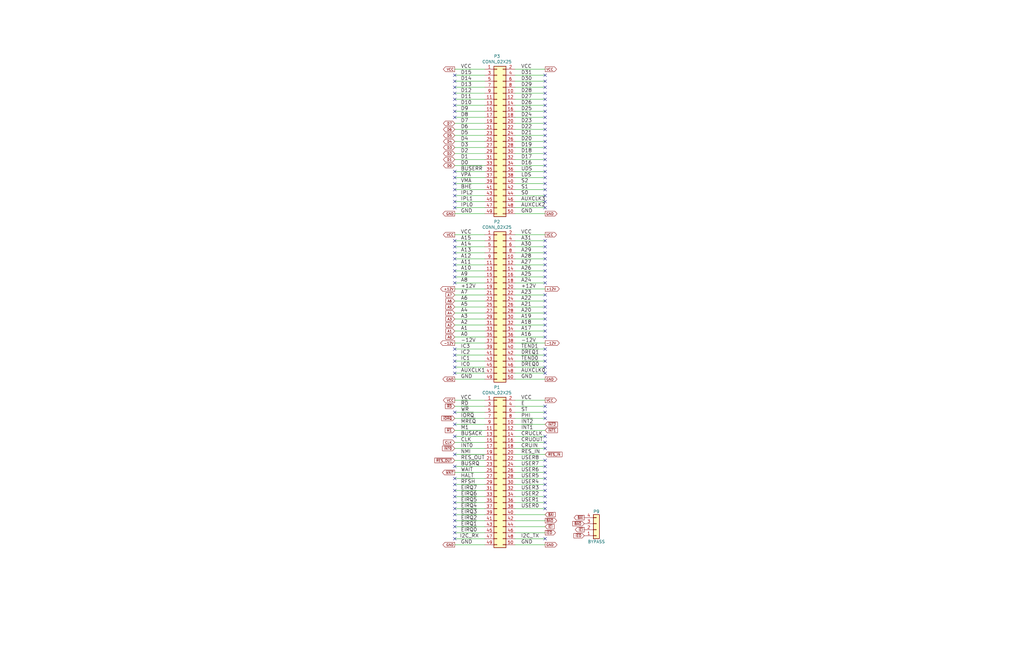
<source format=kicad_sch>
(kicad_sch (version 20211123) (generator eeschema)
  (paper "B")
  (lib_symbols
    (symbol "Connector_Generic:Conn_01x04" (pin_names (offset 1.016) hide)
      (property "Reference" "J" (at 0 5.08 0))
      (property "Value" "Conn_01x04" (at 0 -7.62 0))
      (symbol "Conn_01x04_1_1"
        (rectangle (start -1.27 -4.953) (end 0 -5.207) (stroke (width 0.1524)))
        (rectangle (start -1.27 -2.413) (end 0 -2.667) (stroke (width 0.1524)))
        (rectangle (start -1.27 0.127) (end 0 -0.127) (stroke (width 0.1524)))
        (rectangle (start -1.27 2.667) (end 0 2.413) (stroke (width 0.1524)))
        (rectangle (start -1.27 3.81) (end 1.27 -6.35) (stroke (width 0.254)) (fill (type background)))
        (pin passive line (at -5.08 2.54 0) (length 3.81) (name "Pin_1") (number "1"))
        (pin passive line (at -5.08 0 0) (length 3.81) (name "Pin_2") (number "2"))
        (pin passive line (at -5.08 -2.54 0) (length 3.81) (name "Pin_3") (number "3"))
        (pin passive line (at -5.08 -5.08 0) (length 3.81) (name "Pin_4") (number "4"))
      )
    )
    (symbol "Connector_Generic:Conn_02x25_Odd_Even" (pin_names (offset 1.016) hide)
      (property "Reference" "J" (at 1.27 33.02 0))
      (property "Value" "Conn_02x25_Odd_Even" (at 1.27 -33.02 0))
      (symbol "Conn_02x25_Odd_Even_1_1"
        (rectangle (start -1.27 -30.353) (end 0 -30.607) (stroke (width 0.1524)))
        (rectangle (start -1.27 -27.813) (end 0 -28.067) (stroke (width 0.1524)))
        (rectangle (start -1.27 -25.273) (end 0 -25.527) (stroke (width 0.1524)))
        (rectangle (start -1.27 -22.733) (end 0 -22.987) (stroke (width 0.1524)))
        (rectangle (start -1.27 -20.193) (end 0 -20.447) (stroke (width 0.1524)))
        (rectangle (start -1.27 -17.653) (end 0 -17.907) (stroke (width 0.1524)))
        (rectangle (start -1.27 -15.113) (end 0 -15.367) (stroke (width 0.1524)))
        (rectangle (start -1.27 -12.573) (end 0 -12.827) (stroke (width 0.1524)))
        (rectangle (start -1.27 -10.033) (end 0 -10.287) (stroke (width 0.1524)))
        (rectangle (start -1.27 -7.493) (end 0 -7.747) (stroke (width 0.1524)))
        (rectangle (start -1.27 -4.953) (end 0 -5.207) (stroke (width 0.1524)))
        (rectangle (start -1.27 -2.413) (end 0 -2.667) (stroke (width 0.1524)))
        (rectangle (start -1.27 0.127) (end 0 -0.127) (stroke (width 0.1524)))
        (rectangle (start -1.27 2.667) (end 0 2.413) (stroke (width 0.1524)))
        (rectangle (start -1.27 5.207) (end 0 4.953) (stroke (width 0.1524)))
        (rectangle (start -1.27 7.747) (end 0 7.493) (stroke (width 0.1524)))
        (rectangle (start -1.27 10.287) (end 0 10.033) (stroke (width 0.1524)))
        (rectangle (start -1.27 12.827) (end 0 12.573) (stroke (width 0.1524)))
        (rectangle (start -1.27 15.367) (end 0 15.113) (stroke (width 0.1524)))
        (rectangle (start -1.27 17.907) (end 0 17.653) (stroke (width 0.1524)))
        (rectangle (start -1.27 20.447) (end 0 20.193) (stroke (width 0.1524)))
        (rectangle (start -1.27 22.987) (end 0 22.733) (stroke (width 0.1524)))
        (rectangle (start -1.27 25.527) (end 0 25.273) (stroke (width 0.1524)))
        (rectangle (start -1.27 28.067) (end 0 27.813) (stroke (width 0.1524)))
        (rectangle (start -1.27 30.607) (end 0 30.353) (stroke (width 0.1524)))
        (rectangle (start -1.27 31.75) (end 3.81 -31.75) (stroke (width 0.254)) (fill (type background)))
        (rectangle (start 3.81 -30.353) (end 2.54 -30.607) (stroke (width 0.1524)))
        (rectangle (start 3.81 -27.813) (end 2.54 -28.067) (stroke (width 0.1524)))
        (rectangle (start 3.81 -25.273) (end 2.54 -25.527) (stroke (width 0.1524)))
        (rectangle (start 3.81 -22.733) (end 2.54 -22.987) (stroke (width 0.1524)))
        (rectangle (start 3.81 -20.193) (end 2.54 -20.447) (stroke (width 0.1524)))
        (rectangle (start 3.81 -17.653) (end 2.54 -17.907) (stroke (width 0.1524)))
        (rectangle (start 3.81 -15.113) (end 2.54 -15.367) (stroke (width 0.1524)))
        (rectangle (start 3.81 -12.573) (end 2.54 -12.827) (stroke (width 0.1524)))
        (rectangle (start 3.81 -10.033) (end 2.54 -10.287) (stroke (width 0.1524)))
        (rectangle (start 3.81 -7.493) (end 2.54 -7.747) (stroke (width 0.1524)))
        (rectangle (start 3.81 -4.953) (end 2.54 -5.207) (stroke (width 0.1524)))
        (rectangle (start 3.81 -2.413) (end 2.54 -2.667) (stroke (width 0.1524)))
        (rectangle (start 3.81 0.127) (end 2.54 -0.127) (stroke (width 0.1524)))
        (rectangle (start 3.81 2.667) (end 2.54 2.413) (stroke (width 0.1524)))
        (rectangle (start 3.81 5.207) (end 2.54 4.953) (stroke (width 0.1524)))
        (rectangle (start 3.81 7.747) (end 2.54 7.493) (stroke (width 0.1524)))
        (rectangle (start 3.81 10.287) (end 2.54 10.033) (stroke (width 0.1524)))
        (rectangle (start 3.81 12.827) (end 2.54 12.573) (stroke (width 0.1524)))
        (rectangle (start 3.81 15.367) (end 2.54 15.113) (stroke (width 0.1524)))
        (rectangle (start 3.81 17.907) (end 2.54 17.653) (stroke (width 0.1524)))
        (rectangle (start 3.81 20.447) (end 2.54 20.193) (stroke (width 0.1524)))
        (rectangle (start 3.81 22.987) (end 2.54 22.733) (stroke (width 0.1524)))
        (rectangle (start 3.81 25.527) (end 2.54 25.273) (stroke (width 0.1524)))
        (rectangle (start 3.81 28.067) (end 2.54 27.813) (stroke (width 0.1524)))
        (rectangle (start 3.81 30.607) (end 2.54 30.353) (stroke (width 0.1524)))
        (pin passive line (at -5.08 30.48 0) (length 3.81) (name "Pin_1") (number "1"))
        (pin passive line (at 7.62 20.32 180) (length 3.81) (name "Pin_10") (number "10"))
        (pin passive line (at -5.08 17.78 0) (length 3.81) (name "Pin_11") (number "11"))
        (pin passive line (at 7.62 17.78 180) (length 3.81) (name "Pin_12") (number "12"))
        (pin passive line (at -5.08 15.24 0) (length 3.81) (name "Pin_13") (number "13"))
        (pin passive line (at 7.62 15.24 180) (length 3.81) (name "Pin_14") (number "14"))
        (pin passive line (at -5.08 12.7 0) (length 3.81) (name "Pin_15") (number "15"))
        (pin passive line (at 7.62 12.7 180) (length 3.81) (name "Pin_16") (number "16"))
        (pin passive line (at -5.08 10.16 0) (length 3.81) (name "Pin_17") (number "17"))
        (pin passive line (at 7.62 10.16 180) (length 3.81) (name "Pin_18") (number "18"))
        (pin passive line (at -5.08 7.62 0) (length 3.81) (name "Pin_19") (number "19"))
        (pin passive line (at 7.62 30.48 180) (length 3.81) (name "Pin_2") (number "2"))
        (pin passive line (at 7.62 7.62 180) (length 3.81) (name "Pin_20") (number "20"))
        (pin passive line (at -5.08 5.08 0) (length 3.81) (name "Pin_21") (number "21"))
        (pin passive line (at 7.62 5.08 180) (length 3.81) (name "Pin_22") (number "22"))
        (pin passive line (at -5.08 2.54 0) (length 3.81) (name "Pin_23") (number "23"))
        (pin passive line (at 7.62 2.54 180) (length 3.81) (name "Pin_24") (number "24"))
        (pin passive line (at -5.08 0 0) (length 3.81) (name "Pin_25") (number "25"))
        (pin passive line (at 7.62 0 180) (length 3.81) (name "Pin_26") (number "26"))
        (pin passive line (at -5.08 -2.54 0) (length 3.81) (name "Pin_27") (number "27"))
        (pin passive line (at 7.62 -2.54 180) (length 3.81) (name "Pin_28") (number "28"))
        (pin passive line (at -5.08 -5.08 0) (length 3.81) (name "Pin_29") (number "29"))
        (pin passive line (at -5.08 27.94 0) (length 3.81) (name "Pin_3") (number "3"))
        (pin passive line (at 7.62 -5.08 180) (length 3.81) (name "Pin_30") (number "30"))
        (pin passive line (at -5.08 -7.62 0) (length 3.81) (name "Pin_31") (number "31"))
        (pin passive line (at 7.62 -7.62 180) (length 3.81) (name "Pin_32") (number "32"))
        (pin passive line (at -5.08 -10.16 0) (length 3.81) (name "Pin_33") (number "33"))
        (pin passive line (at 7.62 -10.16 180) (length 3.81) (name "Pin_34") (number "34"))
        (pin passive line (at -5.08 -12.7 0) (length 3.81) (name "Pin_35") (number "35"))
        (pin passive line (at 7.62 -12.7 180) (length 3.81) (name "Pin_36") (number "36"))
        (pin passive line (at -5.08 -15.24 0) (length 3.81) (name "Pin_37") (number "37"))
        (pin passive line (at 7.62 -15.24 180) (length 3.81) (name "Pin_38") (number "38"))
        (pin passive line (at -5.08 -17.78 0) (length 3.81) (name "Pin_39") (number "39"))
        (pin passive line (at 7.62 27.94 180) (length 3.81) (name "Pin_4") (number "4"))
        (pin passive line (at 7.62 -17.78 180) (length 3.81) (name "Pin_40") (number "40"))
        (pin passive line (at -5.08 -20.32 0) (length 3.81) (name "Pin_41") (number "41"))
        (pin passive line (at 7.62 -20.32 180) (length 3.81) (name "Pin_42") (number "42"))
        (pin passive line (at -5.08 -22.86 0) (length 3.81) (name "Pin_43") (number "43"))
        (pin passive line (at 7.62 -22.86 180) (length 3.81) (name "Pin_44") (number "44"))
        (pin passive line (at -5.08 -25.4 0) (length 3.81) (name "Pin_45") (number "45"))
        (pin passive line (at 7.62 -25.4 180) (length 3.81) (name "Pin_46") (number "46"))
        (pin passive line (at -5.08 -27.94 0) (length 3.81) (name "Pin_47") (number "47"))
        (pin passive line (at 7.62 -27.94 180) (length 3.81) (name "Pin_48") (number "48"))
        (pin passive line (at -5.08 -30.48 0) (length 3.81) (name "Pin_49") (number "49"))
        (pin passive line (at -5.08 25.4 0) (length 3.81) (name "Pin_5") (number "5"))
        (pin passive line (at 7.62 -30.48 180) (length 3.81) (name "Pin_50") (number "50"))
        (pin passive line (at 7.62 25.4 180) (length 3.81) (name "Pin_6") (number "6"))
        (pin passive line (at -5.08 22.86 0) (length 3.81) (name "Pin_7") (number "7"))
        (pin passive line (at 7.62 22.86 180) (length 3.81) (name "Pin_8") (number "8"))
        (pin passive line (at -5.08 20.32 0) (length 3.81) (name "Pin_9") (number "9"))
      )
    )
  )
  (no_connect (at 229.87 196.85))
  (no_connect (at 191.77 39.37))
  (no_connect (at 191.77 227.33))
  (no_connect (at 191.77 46.99))
  (no_connect (at 229.87 227.33))
  (no_connect (at 191.77 119.38))
  (no_connect (at 229.87 64.77))
  (no_connect (at 229.87 41.91))
  (no_connect (at 191.77 80.01))
  (no_connect (at 229.87 34.29))
  (no_connect (at 191.77 116.84))
  (no_connect (at 191.77 87.63))
  (no_connect (at 191.77 196.85))
  (no_connect (at 229.87 189.23))
  (no_connect (at 229.87 204.47))
  (no_connect (at 229.87 69.85))
  (no_connect (at 191.77 184.15))
  (no_connect (at 191.77 207.01))
  (no_connect (at 229.87 46.99))
  (no_connect (at 191.77 106.68))
  (no_connect (at 229.87 209.55))
  (no_connect (at 229.87 106.68))
  (no_connect (at 191.77 147.32))
  (no_connect (at 229.87 67.31))
  (no_connect (at 191.77 72.39))
  (no_connect (at 229.87 59.69))
  (no_connect (at 229.87 214.63))
  (no_connect (at 191.77 179.07))
  (no_connect (at 191.77 85.09))
  (no_connect (at 191.77 219.71))
  (no_connect (at 191.77 212.09))
  (no_connect (at 229.87 137.16))
  (no_connect (at 191.77 104.14))
  (no_connect (at 229.87 124.46))
  (no_connect (at 191.77 82.55))
  (no_connect (at 229.87 104.14))
  (no_connect (at 191.77 36.83))
  (no_connect (at 229.87 154.94))
  (no_connect (at 229.87 111.76))
  (no_connect (at 191.77 222.25))
  (no_connect (at 191.77 49.53))
  (no_connect (at 229.87 129.54))
  (no_connect (at 229.87 176.53))
  (no_connect (at 191.77 224.79))
  (no_connect (at 191.77 152.4))
  (no_connect (at 229.87 31.75))
  (no_connect (at 229.87 36.83))
  (no_connect (at 191.77 209.55))
  (no_connect (at 191.77 111.76))
  (no_connect (at 229.87 44.45))
  (no_connect (at 229.87 72.39))
  (no_connect (at 229.87 142.24))
  (no_connect (at 229.87 194.31))
  (no_connect (at 229.87 147.32))
  (no_connect (at 229.87 62.23))
  (no_connect (at 191.77 157.48))
  (no_connect (at 229.87 101.6))
  (no_connect (at 229.87 201.93))
  (no_connect (at 229.87 212.09))
  (no_connect (at 191.77 114.3))
  (no_connect (at 229.87 134.62))
  (no_connect (at 191.77 34.29))
  (no_connect (at 229.87 199.39))
  (no_connect (at 229.87 39.37))
  (no_connect (at 229.87 132.08))
  (no_connect (at 229.87 207.01))
  (no_connect (at 229.87 186.69))
  (no_connect (at 229.87 171.45))
  (no_connect (at 229.87 87.63))
  (no_connect (at 229.87 54.61))
  (no_connect (at 191.77 31.75))
  (no_connect (at 191.77 74.93))
  (no_connect (at 229.87 127))
  (no_connect (at 229.87 109.22))
  (no_connect (at 191.77 201.93))
  (no_connect (at 229.87 139.7))
  (no_connect (at 229.87 157.48))
  (no_connect (at 229.87 114.3))
  (no_connect (at 191.77 41.91))
  (no_connect (at 229.87 173.99))
  (no_connect (at 229.87 184.15))
  (no_connect (at 191.77 173.99))
  (no_connect (at 191.77 154.94))
  (no_connect (at 191.77 204.47))
  (no_connect (at 229.87 116.84))
  (no_connect (at 229.87 119.38))
  (no_connect (at 191.77 77.47))
  (no_connect (at 191.77 214.63))
  (no_connect (at 191.77 149.86))
  (no_connect (at 229.87 52.07))
  (no_connect (at 229.87 80.01))
  (no_connect (at 191.77 109.22))
  (no_connect (at 229.87 49.53))
  (no_connect (at 229.87 149.86))
  (no_connect (at 229.87 82.55))
  (no_connect (at 191.77 44.45))
  (no_connect (at 229.87 74.93))
  (no_connect (at 191.77 217.17))
  (no_connect (at 191.77 101.6))
  (no_connect (at 191.77 191.77))
  (no_connect (at 229.87 85.09))
  (no_connect (at 229.87 57.15))
  (no_connect (at 229.87 77.47))
  (no_connect (at 229.87 152.4))
  (wire (pts (xy 217.17 101.6) (xy 229.87 101.6)))
  (wire (pts (xy 191.77 114.3) (xy 204.47 114.3)))
  (wire (pts (xy 229.87 171.45) (xy 217.17 171.45)))
  (wire (pts (xy 191.77 142.24) (xy 204.47 142.24)))
  (wire (pts (xy 204.47 87.63) (xy 191.77 87.63)))
  (wire (pts (xy 229.87 227.33) (xy 217.17 227.33)))
  (wire (pts (xy 217.17 114.3) (xy 229.87 114.3)))
  (wire (pts (xy 217.17 212.09) (xy 229.87 212.09)))
  (wire (pts (xy 217.17 52.07) (xy 229.87 52.07)))
  (wire (pts (xy 217.17 104.14) (xy 229.87 104.14)))
  (wire (pts (xy 191.77 129.54) (xy 204.47 129.54)))
  (wire (pts (xy 204.47 147.32) (xy 191.77 147.32)))
  (wire (pts (xy 217.17 82.55) (xy 229.87 82.55)))
  (wire (pts (xy 217.17 77.47) (xy 229.87 77.47)))
  (wire (pts (xy 217.17 72.39) (xy 229.87 72.39)))
  (wire (pts (xy 217.17 209.55) (xy 229.87 209.55)))
  (wire (pts (xy 191.77 204.47) (xy 204.47 204.47)))
  (wire (pts (xy 217.17 129.54) (xy 229.87 129.54)))
  (wire (pts (xy 191.77 212.09) (xy 204.47 212.09)))
  (wire (pts (xy 191.77 59.69) (xy 204.47 59.69)))
  (wire (pts (xy 217.17 106.68) (xy 229.87 106.68)))
  (wire (pts (xy 217.17 57.15) (xy 229.87 57.15)))
  (wire (pts (xy 191.77 64.77) (xy 204.47 64.77)))
  (wire (pts (xy 204.47 227.33) (xy 191.77 227.33)))
  (wire (pts (xy 191.77 224.79) (xy 204.47 224.79)))
  (wire (pts (xy 217.17 111.76) (xy 229.87 111.76)))
  (wire (pts (xy 191.77 217.17) (xy 204.47 217.17)))
  (wire (pts (xy 191.77 29.21) (xy 204.47 29.21)))
  (wire (pts (xy 191.77 39.37) (xy 204.47 39.37)))
  (wire (pts (xy 191.77 171.45) (xy 204.47 171.45)))
  (wire (pts (xy 204.47 80.01) (xy 191.77 80.01)))
  (wire (pts (xy 217.17 152.4) (xy 229.87 152.4)))
  (wire (pts (xy 191.77 219.71) (xy 204.47 219.71)))
  (wire (pts (xy 191.77 201.93) (xy 204.47 201.93)))
  (wire (pts (xy 217.17 87.63) (xy 229.87 87.63)))
  (wire (pts (xy 191.77 207.01) (xy 204.47 207.01)))
  (wire (pts (xy 217.17 168.91) (xy 229.87 168.91)))
  (wire (pts (xy 191.77 127) (xy 204.47 127)))
  (wire (pts (xy 217.17 186.69) (xy 229.87 186.69)))
  (wire (pts (xy 191.77 104.14) (xy 204.47 104.14)))
  (wire (pts (xy 191.77 49.53) (xy 204.47 49.53)))
  (wire (pts (xy 217.17 46.99) (xy 229.87 46.99)))
  (wire (pts (xy 229.87 85.09) (xy 217.17 85.09)))
  (wire (pts (xy 217.17 149.86) (xy 229.87 149.86)))
  (wire (pts (xy 204.47 149.86) (xy 191.77 149.86)))
  (wire (pts (xy 191.77 176.53) (xy 204.47 176.53)))
  (wire (pts (xy 191.77 194.31) (xy 204.47 194.31)))
  (wire (pts (xy 191.77 184.15) (xy 204.47 184.15)))
  (wire (pts (xy 217.17 109.22) (xy 229.87 109.22)))
  (wire (pts (xy 217.17 204.47) (xy 229.87 204.47)))
  (wire (pts (xy 217.17 137.16) (xy 229.87 137.16)))
  (wire (pts (xy 191.77 214.63) (xy 204.47 214.63)))
  (wire (pts (xy 217.17 74.93) (xy 229.87 74.93)))
  (wire (pts (xy 217.17 134.62) (xy 229.87 134.62)))
  (wire (pts (xy 217.17 39.37) (xy 229.87 39.37)))
  (wire (pts (xy 217.17 189.23) (xy 229.87 189.23)))
  (wire (pts (xy 229.87 224.79) (xy 217.17 224.79)))
  (wire (pts (xy 191.77 196.85) (xy 204.47 196.85)))
  (wire (pts (xy 217.17 62.23) (xy 229.87 62.23)))
  (wire (pts (xy 191.77 173.99) (xy 204.47 173.99)))
  (wire (pts (xy 191.77 139.7) (xy 204.47 139.7)))
  (wire (pts (xy 217.17 147.32) (xy 229.87 147.32)))
  (wire (pts (xy 217.17 31.75) (xy 229.87 31.75)))
  (wire (pts (xy 191.77 119.38) (xy 204.47 119.38)))
  (wire (pts (xy 191.77 144.78) (xy 204.47 144.78)))
  (wire (pts (xy 229.87 219.71) (xy 217.17 219.71)))
  (wire (pts (xy 217.17 121.92) (xy 229.87 121.92)))
  (wire (pts (xy 217.17 44.45) (xy 229.87 44.45)))
  (wire (pts (xy 217.17 229.87) (xy 229.87 229.87)))
  (wire (pts (xy 217.17 59.69) (xy 229.87 59.69)))
  (wire (pts (xy 217.17 160.02) (xy 229.87 160.02)))
  (wire (pts (xy 204.47 152.4) (xy 191.77 152.4)))
  (wire (pts (xy 191.77 99.06) (xy 204.47 99.06)))
  (wire (pts (xy 217.17 119.38) (xy 229.87 119.38)))
  (wire (pts (xy 217.17 127) (xy 229.87 127)))
  (wire (pts (xy 191.77 189.23) (xy 204.47 189.23)))
  (wire (pts (xy 191.77 124.46) (xy 204.47 124.46)))
  (wire (pts (xy 217.17 154.94) (xy 229.87 154.94)))
  (wire (pts (xy 191.77 34.29) (xy 204.47 34.29)))
  (wire (pts (xy 191.77 132.08) (xy 204.47 132.08)))
  (wire (pts (xy 217.17 191.77) (xy 229.87 191.77)))
  (wire (pts (xy 191.77 36.83) (xy 204.47 36.83)))
  (wire (pts (xy 217.17 90.17) (xy 229.87 90.17)))
  (wire (pts (xy 191.77 121.92) (xy 204.47 121.92)))
  (wire (pts (xy 217.17 29.21) (xy 229.87 29.21)))
  (wire (pts (xy 191.77 41.91) (xy 204.47 41.91)))
  (wire (pts (xy 229.87 217.17) (xy 217.17 217.17)))
  (wire (pts (xy 191.77 116.84) (xy 204.47 116.84)))
  (wire (pts (xy 217.17 124.46) (xy 229.87 124.46)))
  (wire (pts (xy 191.77 54.61) (xy 204.47 54.61)))
  (wire (pts (xy 217.17 207.01) (xy 229.87 207.01)))
  (wire (pts (xy 191.77 181.61) (xy 204.47 181.61)))
  (wire (pts (xy 204.47 72.39) (xy 191.77 72.39)))
  (wire (pts (xy 191.77 186.69) (xy 204.47 186.69)))
  (wire (pts (xy 191.77 222.25) (xy 204.47 222.25)))
  (wire (pts (xy 217.17 157.48) (xy 229.87 157.48)))
  (wire (pts (xy 217.17 196.85) (xy 229.87 196.85)))
  (wire (pts (xy 191.77 229.87) (xy 204.47 229.87)))
  (wire (pts (xy 217.17 80.01) (xy 229.87 80.01)))
  (wire (pts (xy 204.47 85.09) (xy 191.77 85.09)))
  (wire (pts (xy 191.77 31.75) (xy 204.47 31.75)))
  (wire (pts (xy 217.17 67.31) (xy 229.87 67.31)))
  (wire (pts (xy 217.17 132.08) (xy 229.87 132.08)))
  (wire (pts (xy 217.17 49.53) (xy 229.87 49.53)))
  (wire (pts (xy 191.77 157.48) (xy 204.47 157.48)))
  (wire (pts (xy 229.87 179.07) (xy 217.17 179.07)))
  (wire (pts (xy 191.77 109.22) (xy 204.47 109.22)))
  (wire (pts (xy 204.47 77.47) (xy 191.77 77.47)))
  (wire (pts (xy 217.17 201.93) (xy 229.87 201.93)))
  (wire (pts (xy 191.77 52.07) (xy 204.47 52.07)))
  (wire (pts (xy 217.17 36.83) (xy 229.87 36.83)))
  (wire (pts (xy 191.77 168.91) (xy 204.47 168.91)))
  (wire (pts (xy 217.17 54.61) (xy 229.87 54.61)))
  (wire (pts (xy 217.17 194.31) (xy 229.87 194.31)))
  (wire (pts (xy 229.87 176.53) (xy 217.17 176.53)))
  (wire (pts (xy 191.77 44.45) (xy 204.47 44.45)))
  (wire (pts (xy 191.77 191.77) (xy 204.47 191.77)))
  (wire (pts (xy 191.77 101.6) (xy 204.47 101.6)))
  (wire (pts (xy 191.77 209.55) (xy 204.47 209.55)))
  (wire (pts (xy 217.17 116.84) (xy 229.87 116.84)))
  (wire (pts (xy 217.17 139.7) (xy 229.87 139.7)))
  (wire (pts (xy 229.87 222.25) (xy 217.17 222.25)))
  (wire (pts (xy 204.47 82.55) (xy 191.77 82.55)))
  (wire (pts (xy 217.17 142.24) (xy 229.87 142.24)))
  (wire (pts (xy 191.77 46.99) (xy 204.47 46.99)))
  (wire (pts (xy 217.17 199.39) (xy 229.87 199.39)))
  (wire (pts (xy 191.77 199.39) (xy 204.47 199.39)))
  (wire (pts (xy 217.17 64.77) (xy 229.87 64.77)))
  (wire (pts (xy 191.77 137.16) (xy 204.47 137.16)))
  (wire (pts (xy 191.77 134.62) (xy 204.47 134.62)))
  (wire (pts (xy 217.17 41.91) (xy 229.87 41.91)))
  (wire (pts (xy 217.17 99.06) (xy 229.87 99.06)))
  (wire (pts (xy 191.77 67.31) (xy 204.47 67.31)))
  (wire (pts (xy 229.87 181.61) (xy 217.17 181.61)))
  (wire (pts (xy 191.77 160.02) (xy 204.47 160.02)))
  (wire (pts (xy 191.77 69.85) (xy 204.47 69.85)))
  (wire (pts (xy 191.77 90.17) (xy 204.47 90.17)))
  (wire (pts (xy 204.47 154.94) (xy 191.77 154.94)))
  (wire (pts (xy 191.77 106.68) (xy 204.47 106.68)))
  (wire (pts (xy 204.47 74.93) (xy 191.77 74.93)))
  (wire (pts (xy 229.87 184.15) (xy 217.17 184.15)))
  (wire (pts (xy 217.17 214.63) (xy 229.87 214.63)))
  (wire (pts (xy 191.77 62.23) (xy 204.47 62.23)))
  (wire (pts (xy 191.77 179.07) (xy 204.47 179.07)))
  (wire (pts (xy 217.17 34.29) (xy 229.87 34.29)))
  (wire (pts (xy 191.77 111.76) (xy 204.47 111.76)))
  (wire (pts (xy 191.77 57.15) (xy 204.47 57.15)))
  (wire (pts (xy 229.87 173.99) (xy 217.17 173.99)))
  (wire (pts (xy 217.17 144.78) (xy 229.87 144.78)))
  (wire (pts (xy 217.17 69.85) (xy 229.87 69.85)))
  (label "A8" (at 194.31 119.38 0) (effects (font (size 1.524 1.524))))
  (label "~{DREQ1}" (at 219.71 149.86 0) (effects (font (size 1.524 1.524))))
  (label "USER2" (at 219.71 209.55 0) (effects (font (size 1.524 1.524))))
  (label "A2" (at 194.31 137.16 0) (effects (font (size 1.524 1.524))))
  (label "I2C_TX" (at 227.33 227.33 180) (effects (font (size 1.524 1.524))))
  (label "~{INT0}" (at 194.31 189.23 0) (effects (font (size 1.524 1.524))))
  (label "USER4" (at 219.71 204.47 0) (effects (font (size 1.524 1.524))))
  (label "~{BHE}" (at 194.31 80.01 0) (effects (font (size 1.524 1.524))))
  (label "A31" (at 219.71 101.6 0) (effects (font (size 1.524 1.524))))
  (label "~{EIRQ5}" (at 194.31 212.09 0) (effects (font (size 1.524 1.524))))
  (label "~{BUSERR}" (at 194.31 72.39 0) (effects (font (size 1.524 1.524))))
  (label "A3" (at 194.31 134.62 0) (effects (font (size 1.524 1.524))))
  (label "~{NMI}" (at 194.31 191.77 0) (effects (font (size 1.524 1.524))))
  (label "D2" (at 194.31 64.77 0) (effects (font (size 1.524 1.524))))
  (label "AUXCLK3" (at 219.71 85.09 0) (effects (font (size 1.524 1.524))))
  (label "A30" (at 219.71 104.14 0) (effects (font (size 1.524 1.524))))
  (label "A29" (at 219.71 106.68 0) (effects (font (size 1.524 1.524))))
  (label "A27" (at 219.71 111.76 0) (effects (font (size 1.524 1.524))))
  (label "~{EIRQ4}" (at 194.31 214.63 0) (effects (font (size 1.524 1.524))))
  (label "A19" (at 219.71 134.62 0) (effects (font (size 1.524 1.524))))
  (label "IPL2" (at 194.31 82.55 0) (effects (font (size 1.524 1.524))))
  (label "VCC" (at 194.31 99.06 0) (effects (font (size 1.524 1.524))))
  (label "VCC" (at 194.31 168.91 0) (effects (font (size 1.524 1.524))))
  (label "-12V" (at 219.71 144.78 0) (effects (font (size 1.524 1.524))))
  (label "D10" (at 194.31 44.45 0) (effects (font (size 1.524 1.524))))
  (label "A22" (at 219.71 127 0) (effects (font (size 1.524 1.524))))
  (label "~{EIRQ2}" (at 194.31 219.71 0) (effects (font (size 1.524 1.524))))
  (label "A6" (at 194.31 127 0) (effects (font (size 1.524 1.524))))
  (label "CRUOUT" (at 219.71 186.69 0) (effects (font (size 1.524 1.524))))
  (label "VCC" (at 219.71 168.91 0) (effects (font (size 1.524 1.524))))
  (label "~{EIRQ7}" (at 194.31 207.01 0) (effects (font (size 1.524 1.524))))
  (label "D17" (at 219.71 67.31 0) (effects (font (size 1.524 1.524))))
  (label "VCC" (at 219.71 99.06 0) (effects (font (size 1.524 1.524))))
  (label "D12" (at 194.31 39.37 0) (effects (font (size 1.524 1.524))))
  (label "A20" (at 219.71 132.08 0) (effects (font (size 1.524 1.524))))
  (label "~{M1}" (at 194.31 181.61 0) (effects (font (size 1.524 1.524))))
  (label "USER8" (at 219.71 194.31 0) (effects (font (size 1.524 1.524))))
  (label "D25" (at 219.71 46.99 0) (effects (font (size 1.524 1.524))))
  (label "D13" (at 194.31 36.83 0) (effects (font (size 1.524 1.524))))
  (label "~{BUSACK}" (at 194.31 184.15 0) (effects (font (size 1.524 1.524))))
  (label "IC3" (at 194.31 147.32 0) (effects (font (size 1.524 1.524))))
  (label "D3" (at 194.31 62.23 0) (effects (font (size 1.524 1.524))))
  (label "+12V" (at 219.71 121.92 0) (effects (font (size 1.524 1.524))))
  (label "~{INT2}" (at 219.71 179.07 0) (effects (font (size 1.524 1.524))))
  (label "A25" (at 219.71 116.84 0) (effects (font (size 1.524 1.524))))
  (label "AUXCLK0" (at 219.71 157.48 0) (effects (font (size 1.524 1.524))))
  (label "PHI" (at 219.71 176.53 0) (effects (font (size 1.524 1.524))))
  (label "A12" (at 194.31 109.22 0) (effects (font (size 1.524 1.524))))
  (label "D4" (at 194.31 59.69 0) (effects (font (size 1.524 1.524))))
  (label "D11" (at 194.31 41.91 0) (effects (font (size 1.524 1.524))))
  (label "~{VPA}" (at 194.31 74.93 0) (effects (font (size 1.524 1.524))))
  (label "IC1" (at 194.31 152.4 0) (effects (font (size 1.524 1.524))))
  (label "GND" (at 194.31 90.17 0) (effects (font (size 1.524 1.524))))
  (label "A11" (at 194.31 111.76 0) (effects (font (size 1.524 1.524))))
  (label "IPL0" (at 194.31 87.63 0) (effects (font (size 1.524 1.524))))
  (label "D16" (at 219.71 69.85 0) (effects (font (size 1.524 1.524))))
  (label "A0" (at 194.31 142.24 0) (effects (font (size 1.524 1.524))))
  (label "-12V" (at 194.31 144.78 0) (effects (font (size 1.524 1.524))))
  (label "~{EIRQ0}" (at 194.31 224.79 0) (effects (font (size 1.524 1.524))))
  (label "~{MREQ}" (at 194.31 179.07 0) (effects (font (size 1.524 1.524))))
  (label "D23" (at 219.71 52.07 0) (effects (font (size 1.524 1.524))))
  (label "~{RES_OUT}" (at 194.31 194.31 0) (effects (font (size 1.524 1.524))))
  (label "IC0" (at 194.31 154.94 0) (effects (font (size 1.524 1.524))))
  (label "S1" (at 219.71 80.01 0) (effects (font (size 1.524 1.524))))
  (label "A14" (at 194.31 104.14 0) (effects (font (size 1.524 1.524))))
  (label "~{TEND1}" (at 219.71 147.32 0) (effects (font (size 1.524 1.524))))
  (label "D29" (at 219.71 36.83 0) (effects (font (size 1.524 1.524))))
  (label "D28" (at 219.71 39.37 0) (effects (font (size 1.524 1.524))))
  (label "~{DREQ0}" (at 219.71 154.94 0) (effects (font (size 1.524 1.524))))
  (label "E" (at 219.71 171.45 0) (effects (font (size 1.524 1.524))))
  (label "~{EIRQ1}" (at 194.31 222.25 0) (effects (font (size 1.524 1.524))))
  (label "A17" (at 219.71 139.7 0) (effects (font (size 1.524 1.524))))
  (label "CRUCLK" (at 219.71 184.15 0) (effects (font (size 1.524 1.524))))
  (label "D9" (at 194.31 46.99 0) (effects (font (size 1.524 1.524))))
  (label "A4" (at 194.31 132.08 0) (effects (font (size 1.524 1.524))))
  (label "~{RES_IN}" (at 219.71 191.77 0) (effects (font (size 1.524 1.524))))
  (label "GND" (at 219.71 229.87 0) (effects (font (size 1.524 1.524))))
  (label "D15" (at 194.31 31.75 0) (effects (font (size 1.524 1.524))))
  (label "~{TEND0}" (at 219.71 152.4 0) (effects (font (size 1.524 1.524))))
  (label "IPL1" (at 194.31 85.09 0) (effects (font (size 1.524 1.524))))
  (label "A23" (at 219.71 124.46 0) (effects (font (size 1.524 1.524))))
  (label "~{WAIT}" (at 194.31 199.39 0) (effects (font (size 1.524 1.524))))
  (label "D31" (at 219.71 31.75 0) (effects (font (size 1.524 1.524))))
  (label "ST" (at 219.71 173.99 0) (effects (font (size 1.524 1.524))))
  (label "A13" (at 194.31 106.68 0) (effects (font (size 1.524 1.524))))
  (label "~{BUSRQ}" (at 194.31 196.85 0) (effects (font (size 1.524 1.524))))
  (label "D5" (at 194.31 57.15 0) (effects (font (size 1.524 1.524))))
  (label "USER0" (at 219.71 214.63 0) (effects (font (size 1.524 1.524))))
  (label "I2C_RX" (at 201.93 227.33 180) (effects (font (size 1.524 1.524))))
  (label "UDS" (at 219.71 72.39 0) (effects (font (size 1.524 1.524))))
  (label "S2" (at 219.71 77.47 0) (effects (font (size 1.524 1.524))))
  (label "~{HALT}" (at 194.31 201.93 0) (effects (font (size 1.524 1.524))))
  (label "A28" (at 219.71 109.22 0) (effects (font (size 1.524 1.524))))
  (label "D18" (at 219.71 64.77 0) (effects (font (size 1.524 1.524))))
  (label "D24" (at 219.71 49.53 0) (effects (font (size 1.524 1.524))))
  (label "D21" (at 219.71 57.15 0) (effects (font (size 1.524 1.524))))
  (label "A15" (at 194.31 101.6 0) (effects (font (size 1.524 1.524))))
  (label "D0" (at 194.31 69.85 0) (effects (font (size 1.524 1.524))))
  (label "D26" (at 219.71 44.45 0) (effects (font (size 1.524 1.524))))
  (label "A1" (at 194.31 139.7 0) (effects (font (size 1.524 1.524))))
  (label "VCC" (at 194.31 29.21 0) (effects (font (size 1.524 1.524))))
  (label "A18" (at 219.71 137.16 0) (effects (font (size 1.524 1.524))))
  (label "~{EIRQ6}" (at 194.31 209.55 0) (effects (font (size 1.524 1.524))))
  (label "CRUIN" (at 219.71 189.23 0) (effects (font (size 1.524 1.524))))
  (label "VCC" (at 219.71 29.21 0) (effects (font (size 1.524 1.524))))
  (label "D19" (at 219.71 62.23 0) (effects (font (size 1.524 1.524))))
  (label "USER5" (at 219.71 201.93 0) (effects (font (size 1.524 1.524))))
  (label "D8" (at 194.31 49.53 0) (effects (font (size 1.524 1.524))))
  (label "D14" (at 194.31 34.29 0) (effects (font (size 1.524 1.524))))
  (label "A26" (at 219.71 114.3 0) (effects (font (size 1.524 1.524))))
  (label "USER6" (at 219.71 199.39 0) (effects (font (size 1.524 1.524))))
  (label "AUXCLK1" (at 194.31 157.48 0) (effects (font (size 1.524 1.524))))
  (label "~{INT1}" (at 219.71 181.61 0) (effects (font (size 1.524 1.524))))
  (label "D1" (at 194.31 67.31 0) (effects (font (size 1.524 1.524))))
  (label "D22" (at 219.71 54.61 0) (effects (font (size 1.524 1.524))))
  (label "USER3" (at 219.71 207.01 0) (effects (font (size 1.524 1.524))))
  (label "A16" (at 219.71 142.24 0) (effects (font (size 1.524 1.524))))
  (label "~{EIRQ3}" (at 194.31 217.17 0) (effects (font (size 1.524 1.524))))
  (label "IC2" (at 194.31 149.86 0) (effects (font (size 1.524 1.524))))
  (label "S0" (at 219.71 82.55 0) (effects (font (size 1.524 1.524))))
  (label "GND" (at 219.71 90.17 0) (effects (font (size 1.524 1.524))))
  (label "GND" (at 194.31 160.02 0) (effects (font (size 1.524 1.524))))
  (label "A5" (at 194.31 129.54 0) (effects (font (size 1.524 1.524))))
  (label "CLK" (at 194.31 186.69 0) (effects (font (size 1.524 1.524))))
  (label "+12V" (at 194.31 121.92 0) (effects (font (size 1.524 1.524))))
  (label "AUXCLK2" (at 219.71 87.63 0) (effects (font (size 1.524 1.524))))
  (label "D6" (at 194.31 54.61 0) (effects (font (size 1.524 1.524))))
  (label "~{RFSH}" (at 194.31 204.47 0) (effects (font (size 1.524 1.524))))
  (label "GND" (at 194.31 229.87 0) (effects (font (size 1.524 1.524))))
  (label "~{IORQ}" (at 194.31 176.53 0) (effects (font (size 1.524 1.524))))
  (label "A10" (at 194.31 114.3 0) (effects (font (size 1.524 1.524))))
  (label "USER7" (at 219.71 196.85 0) (effects (font (size 1.524 1.524))))
  (label "D27" (at 219.71 41.91 0) (effects (font (size 1.524 1.524))))
  (label "LDS" (at 219.71 74.93 0) (effects (font (size 1.524 1.524))))
  (label "A24" (at 219.71 119.38 0) (effects (font (size 1.524 1.524))))
  (label "~{VMA}" (at 194.31 77.47 0) (effects (font (size 1.524 1.524))))
  (label "D7" (at 194.31 52.07 0) (effects (font (size 1.524 1.524))))
  (label "GND" (at 219.71 160.02 0) (effects (font (size 1.524 1.524))))
  (label "A21" (at 219.71 129.54 0) (effects (font (size 1.524 1.524))))
  (label "D30" (at 219.71 34.29 0) (effects (font (size 1.524 1.524))))
  (label "A9" (at 194.31 116.84 0) (effects (font (size 1.524 1.524))))
  (label "A7" (at 194.31 124.46 0) (effects (font (size 1.524 1.524))))
  (label "D20" (at 219.71 59.69 0) (effects (font (size 1.524 1.524))))
  (label "~{WR}" (at 194.31 173.99 0) (effects (font (size 1.524 1.524))))
  (label "~{RD}" (at 194.31 171.45 0) (effects (font (size 1.524 1.524))))
  (label "USER1" (at 219.71 212.09 0) (effects (font (size 1.524 1.524))))
  (global_label "+12V" (shape output) (at 229.87 121.92 0) (effects (font (size 1.016 1.016))) (property "Intersheet References" "${INTERSHEET_REFS}" (effects hide)))
  (global_label "D7" (shape bidirectional) (at 191.77 52.07 180) (effects (font (size 1.016 1.016))) (property "Intersheet References" "${INTERSHEET_REFS}" (effects hide)))
  (global_label "A4" (shape input) (at 191.77 132.08 180) (effects (font (size 1.016 1.016))) (property "Intersheet References" "${INTERSHEET_REFS}" (effects hide)))
  (global_label "VCC" (shape output) (at 229.87 99.06 0) (effects (font (size 1.016 1.016))) (property "Intersheet References" "${INTERSHEET_REFS}" (effects hide)))
  (global_label "D0" (shape bidirectional) (at 191.77 69.85 180) (effects (font (size 1.016 1.016))) (property "Intersheet References" "${INTERSHEET_REFS}" (effects hide)))
  (global_label "D3" (shape bidirectional) (at 191.77 62.23 180) (effects (font (size 1.016 1.016))) (property "Intersheet References" "${INTERSHEET_REFS}" (effects hide)))
  (global_label "GND" (shape output) (at 191.77 229.87 180) (effects (font (size 1.016 1.016))) (property "Intersheet References" "${INTERSHEET_REFS}" (effects hide)))
  (global_label "~{RES_OUT}" (shape input) (at 191.77 194.31 180) (effects (font (size 1.016 1.016))) (property "Intersheet References" "${INTERSHEET_REFS}" (effects hide)))
  (global_label "~{BAO}" (shape output) (at 229.87 219.71 0) (effects (font (size 1.016 1.016))) (property "Intersheet References" "${INTERSHEET_REFS}" (effects hide)))
  (global_label "VCC" (shape output) (at 191.77 99.06 180) (effects (font (size 1.016 1.016))) (property "Intersheet References" "${INTERSHEET_REFS}" (effects hide)))
  (global_label "A2" (shape input) (at 191.77 137.16 180) (effects (font (size 1.016 1.016))) (property "Intersheet References" "${INTERSHEET_REFS}" (effects hide)))
  (global_label "~{RES_IN}" (shape input) (at 229.87 191.77 0) (effects (font (size 1.016 1.016))) (property "Intersheet References" "${INTERSHEET_REFS}" (effects hide)))
  (global_label "VCC" (shape output) (at 229.87 29.21 0) (effects (font (size 1.016 1.016))) (property "Intersheet References" "${INTERSHEET_REFS}" (effects hide)))
  (global_label "~{IEO}" (shape input) (at 246.38 226.06 180) (effects (font (size 1.016 1.016))) (property "Intersheet References" "${INTERSHEET_REFS}" (effects hide)))
  (global_label "VCC" (shape output) (at 229.87 168.91 0) (effects (font (size 1.016 1.016))) (property "Intersheet References" "${INTERSHEET_REFS}" (effects hide)))
  (global_label "D6" (shape bidirectional) (at 191.77 54.61 180) (effects (font (size 1.016 1.016))) (property "Intersheet References" "${INTERSHEET_REFS}" (effects hide)))
  (global_label "GND" (shape output) (at 191.77 90.17 180) (effects (font (size 1.016 1.016))) (property "Intersheet References" "${INTERSHEET_REFS}" (effects hide)))
  (global_label "GND" (shape output) (at 229.87 229.87 0) (effects (font (size 1.016 1.016))) (property "Intersheet References" "${INTERSHEET_REFS}" (effects hide)))
  (global_label "A1" (shape input) (at 191.77 139.7 180) (effects (font (size 1.016 1.016))) (property "Intersheet References" "${INTERSHEET_REFS}" (effects hide)))
  (global_label "A3" (shape input) (at 191.77 134.62 180) (effects (font (size 1.016 1.016))) (property "Intersheet References" "${INTERSHEET_REFS}" (effects hide)))
  (global_label "~{INT1}" (shape input) (at 229.87 181.61 0) (effects (font (size 1.016 1.016))) (property "Intersheet References" "${INTERSHEET_REFS}" (effects hide)))
  (global_label "GND" (shape output) (at 229.87 160.02 0) (effects (font (size 1.016 1.016))) (property "Intersheet References" "${INTERSHEET_REFS}" (effects hide)))
  (global_label "~{M1}" (shape input) (at 191.77 181.61 180) (effects (font (size 1.016 1.016))) (property "Intersheet References" "${INTERSHEET_REFS}" (effects hide)))
  (global_label "GND" (shape output) (at 191.77 160.02 180) (effects (font (size 1.016 1.016))) (property "Intersheet References" "${INTERSHEET_REFS}" (effects hide)))
  (global_label "+12V" (shape output) (at 191.77 121.92 180) (effects (font (size 1.016 1.016))) (property "Intersheet References" "${INTERSHEET_REFS}" (effects hide)))
  (global_label "D5" (shape bidirectional) (at 191.77 57.15 180) (effects (font (size 1.016 1.016))) (property "Intersheet References" "${INTERSHEET_REFS}" (effects hide)))
  (global_label "D4" (shape bidirectional) (at 191.77 59.69 180) (effects (font (size 1.016 1.016))) (property "Intersheet References" "${INTERSHEET_REFS}" (effects hide)))
  (global_label "~{INT2}" (shape input) (at 229.87 179.07 0) (effects (font (size 1.016 1.016))) (property "Intersheet References" "${INTERSHEET_REFS}" (effects hide)))
  (global_label "A0" (shape input) (at 191.77 142.24 180) (effects (font (size 1.016 1.016))) (property "Intersheet References" "${INTERSHEET_REFS}" (effects hide)))
  (global_label "~{IEO}" (shape output) (at 229.87 224.79 0) (effects (font (size 1.016 1.016))) (property "Intersheet References" "${INTERSHEET_REFS}" (effects hide)))
  (global_label "CLK" (shape input) (at 191.77 186.69 180) (effects (font (size 1.016 1.016))) (property "Intersheet References" "${INTERSHEET_REFS}" (effects hide)))
  (global_label "A7" (shape input) (at 191.77 124.46 180) (effects (font (size 1.016 1.016))) (property "Intersheet References" "${INTERSHEET_REFS}" (effects hide)))
  (global_label "~{BAO}" (shape input) (at 246.38 220.98 180) (effects (font (size 1.016 1.016))) (property "Intersheet References" "${INTERSHEET_REFS}" (effects hide)))
  (global_label "~{RD}" (shape input) (at 191.77 171.45 180) (effects (font (size 1.016 1.016))) (property "Intersheet References" "${INTERSHEET_REFS}" (effects hide)))
  (global_label "~{BAI}" (shape input) (at 229.87 217.17 0) (effects (font (size 1.016 1.016))) (property "Intersheet References" "${INTERSHEET_REFS}" (effects hide)))
  (global_label "GND" (shape output) (at 229.87 90.17 0) (effects (font (size 1.016 1.016))) (property "Intersheet References" "${INTERSHEET_REFS}" (effects hide)))
  (global_label "~{WAIT}" (shape output) (at 191.77 199.39 180) (effects (font (size 1.016 1.016))) (property "Intersheet References" "${INTERSHEET_REFS}" (effects hide)))
  (global_label "D2" (shape bidirectional) (at 191.77 64.77 180) (effects (font (size 1.016 1.016))) (property "Intersheet References" "${INTERSHEET_REFS}" (effects hide)))
  (global_label "~{IEI}" (shape output) (at 246.38 223.52 180) (effects (font (size 1.016 1.016))) (property "Intersheet References" "${INTERSHEET_REFS}" (effects hide)))
  (global_label "~{IORQ}" (shape input) (at 191.77 176.53 180) (effects (font (size 1.016 1.016))) (property "Intersheet References" "${INTERSHEET_REFS}" (effects hide)))
  (global_label "A6" (shape input) (at 191.77 127 180) (effects (font (size 1.016 1.016))) (property "Intersheet References" "${INTERSHEET_REFS}" (effects hide)))
  (global_label "VCC" (shape output) (at 191.77 168.91 180) (effects (font (size 1.016 1.016))) (property "Intersheet References" "${INTERSHEET_REFS}" (effects hide)))
  (global_label "~{IEI}" (shape input) (at 229.87 222.25 0) (effects (font (size 1.016 1.016))) (property "Intersheet References" "${INTERSHEET_REFS}" (effects hide)))
  (global_label "A5" (shape input) (at 191.77 129.54 180) (effects (font (size 1.016 1.016))) (property "Intersheet References" "${INTERSHEET_REFS}" (effects hide)))
  (global_label "VCC" (shape output) (at 191.77 29.21 180) (effects (font (size 1.016 1.016))) (property "Intersheet References" "${INTERSHEET_REFS}" (effects hide)))
  (global_label "D1" (shape bidirectional) (at 191.77 67.31 180) (effects (font (size 1.016 1.016))) (property "Intersheet References" "${INTERSHEET_REFS}" (effects hide)))
  (global_label "~{INT0}" (shape input) (at 191.77 189.23 180) (effects (font (size 1.016 1.016))) (property "Intersheet References" "${INTERSHEET_REFS}" (effects hide)))
  (global_label "-12V" (shape output) (at 191.77 144.78 180) (effects (font (size 1.016 1.016))) (property "Intersheet References" "${INTERSHEET_REFS}" (effects hide)))
  (global_label "-12V" (shape output) (at 229.87 144.78 0) (effects (font (size 1.016 1.016))) (property "Intersheet References" "${INTERSHEET_REFS}" (effects hide)))
  (global_label "~{BAI}" (shape output) (at 246.38 218.44 180) (effects (font (size 1.016 1.016))) (property "Intersheet References" "${INTERSHEET_REFS}" (effects hide)))
  (symbol (lib_id "Connector_Generic:Conn_01x04") (at 251.46 223.52 0) (mirror x) (unit 1)
    (property "Reference" "P9" (at 251.46 215.9 0))
    (property "Value" "BYPASS" (at 251.46 228.6 0))
    (property "Footprint" "Connector_PinHeader_2.54mm:PinHeader_1x04_P2.54mm_Vertical" (effects hide))
  )
  (symbol (lib_id "Connector_Generic:Conn_02x25_Odd_Even") (at 209.55 59.69 0) (unit 1)
    (property "Reference" "P3" (at 209.55 23.749 0))
    (property "Value" "CONN_02X25" (at 209.55 26.0604 0))
    (property "Footprint" "Connector_IDC:IDC-Header_2x25_P2.54mm_Horizontal" (effects hide))
  )
  (symbol (lib_id "Connector_Generic:Conn_02x25_Odd_Even") (at 209.55 199.39 0) (unit 1)
    (property "Reference" "P1" (at 209.55 163.449 0))
    (property "Value" "CONN_02X25" (at 209.55 165.7604 0))
    (property "Footprint" "Connector_IDC:IDC-Header_2x25_P2.54mm_Horizontal" (effects hide))
  )
  (symbol (lib_id "Connector_Generic:Conn_02x25_Odd_Even") (at 209.55 129.54 0) (unit 1)
    (property "Reference" "P2" (at 209.55 93.599 0))
    (property "Value" "CONN_02X25" (at 209.55 95.9104 0))
    (property "Footprint" "Connector_IDC:IDC-Header_2x25_P2.54mm_Horizontal" (effects hide))
  )
)
</source>
